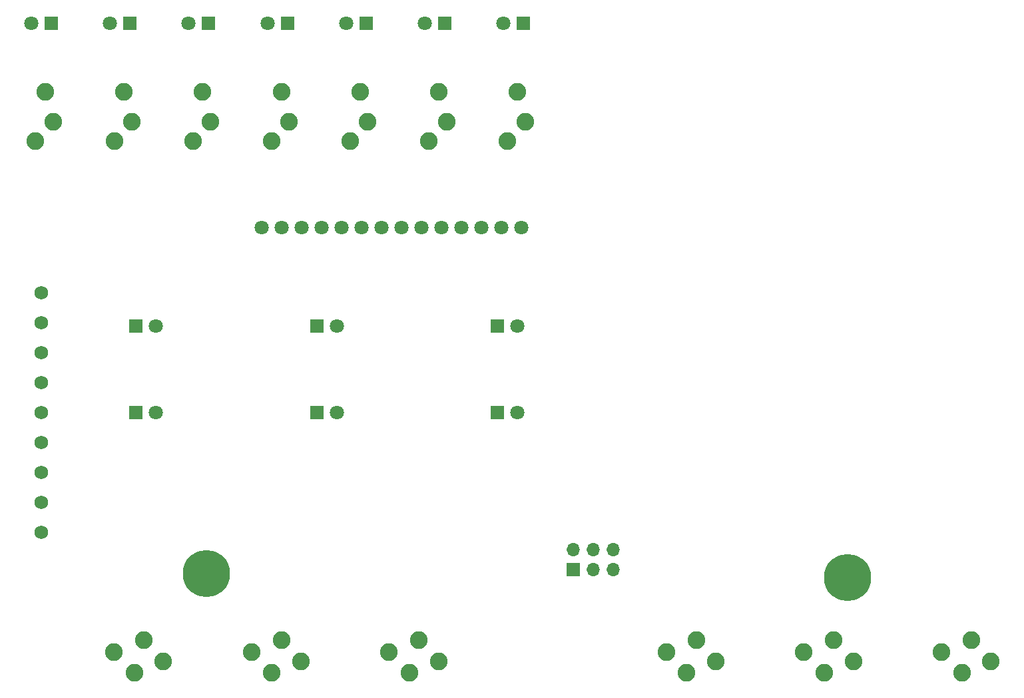
<source format=gbs>
G04 #@! TF.GenerationSoftware,KiCad,Pcbnew,(5.1.7)-1*
G04 #@! TF.CreationDate,2022-05-13T22:16:48+02:00*
G04 #@! TF.ProjectId,Anzeige-Modul,416e7a65-6967-4652-9d4d-6f64756c2e6b,rev?*
G04 #@! TF.SameCoordinates,Original*
G04 #@! TF.FileFunction,Soldermask,Bot*
G04 #@! TF.FilePolarity,Negative*
%FSLAX46Y46*%
G04 Gerber Fmt 4.6, Leading zero omitted, Abs format (unit mm)*
G04 Created by KiCad (PCBNEW (5.1.7)-1) date 2022-05-13 22:16:48*
%MOMM*%
%LPD*%
G01*
G04 APERTURE LIST*
%ADD10C,1.800000*%
%ADD11C,1.750000*%
%ADD12C,2.250000*%
%ADD13R,1.800000X1.800000*%
%ADD14R,1.700000X1.700000*%
%ADD15O,1.700000X1.700000*%
%ADD16C,6.000000*%
G04 APERTURE END LIST*
D10*
X82480000Y-49000000D03*
X79940000Y-49000000D03*
X77400000Y-49000000D03*
X74860000Y-49000000D03*
X72320000Y-49000000D03*
X69780000Y-49000000D03*
X67240000Y-49000000D03*
X64700000Y-49000000D03*
X62160000Y-49000000D03*
X59620000Y-49000000D03*
X57080000Y-49000000D03*
X54540000Y-49000000D03*
X52000000Y-49000000D03*
X85020000Y-49000000D03*
D11*
X24000000Y-57260000D03*
X24000000Y-61070000D03*
X24000000Y-64880000D03*
X24000000Y-68690000D03*
X24000000Y-72500000D03*
X24000000Y-76310000D03*
X24000000Y-80120000D03*
X24000000Y-83930000D03*
X24000000Y-87740000D03*
D12*
X83250000Y-38000000D03*
X85500000Y-35500000D03*
X84500000Y-31750000D03*
X73250000Y-38000000D03*
X75500000Y-35500000D03*
X74500000Y-31750000D03*
X63250000Y-38000000D03*
X65500000Y-35500000D03*
X64500000Y-31750000D03*
X53250000Y-38000000D03*
X55500000Y-35500000D03*
X54500000Y-31750000D03*
X43250000Y-38000000D03*
X45500000Y-35500000D03*
X44500000Y-31750000D03*
X33250000Y-38000000D03*
X35500000Y-35500000D03*
X34500000Y-31750000D03*
X23250000Y-38000000D03*
X25500000Y-35500000D03*
X24500000Y-31750000D03*
D13*
X85270000Y-23000000D03*
D10*
X82730000Y-23000000D03*
D13*
X75270000Y-23000000D03*
D10*
X72730000Y-23000000D03*
D13*
X65270000Y-23000000D03*
D10*
X62730000Y-23000000D03*
D13*
X55270000Y-23000000D03*
D10*
X52730000Y-23000000D03*
D13*
X45270000Y-23000000D03*
D10*
X42730000Y-23000000D03*
D13*
X35270000Y-23000000D03*
D10*
X32730000Y-23000000D03*
D13*
X25270000Y-23000000D03*
D10*
X22730000Y-23000000D03*
D12*
X39500000Y-104200000D03*
X35800000Y-105600000D03*
X33200000Y-103000000D03*
X37000000Y-101500000D03*
X57000000Y-104200000D03*
X53300000Y-105600000D03*
X50700000Y-103000000D03*
X54500000Y-101500000D03*
X74500000Y-104200000D03*
X70800000Y-105600000D03*
X68200000Y-103000000D03*
X72000000Y-101500000D03*
X109750000Y-104200000D03*
X106050000Y-105600000D03*
X103450000Y-103000000D03*
X107250000Y-101500000D03*
X144750000Y-104200000D03*
X141050000Y-105600000D03*
X138450000Y-103000000D03*
X142250000Y-101500000D03*
X127250000Y-104200000D03*
X123550000Y-105600000D03*
X120950000Y-103000000D03*
X124750000Y-101500000D03*
D13*
X36000000Y-61500000D03*
D10*
X38540000Y-61500000D03*
D13*
X59000000Y-61500000D03*
D10*
X61540000Y-61500000D03*
D13*
X82000000Y-61500000D03*
D10*
X84540000Y-61500000D03*
D13*
X36000000Y-72500000D03*
D10*
X38540000Y-72500000D03*
D13*
X59000000Y-72500000D03*
D10*
X61540000Y-72500000D03*
D13*
X82000000Y-72500000D03*
D10*
X84540000Y-72500000D03*
D14*
X91585000Y-92500000D03*
D15*
X91585000Y-89960000D03*
X94125000Y-92500000D03*
X94125000Y-89960000D03*
X96665000Y-92500000D03*
X96665000Y-89960000D03*
D16*
X45000000Y-93000000D03*
X126500000Y-93500000D03*
M02*

</source>
